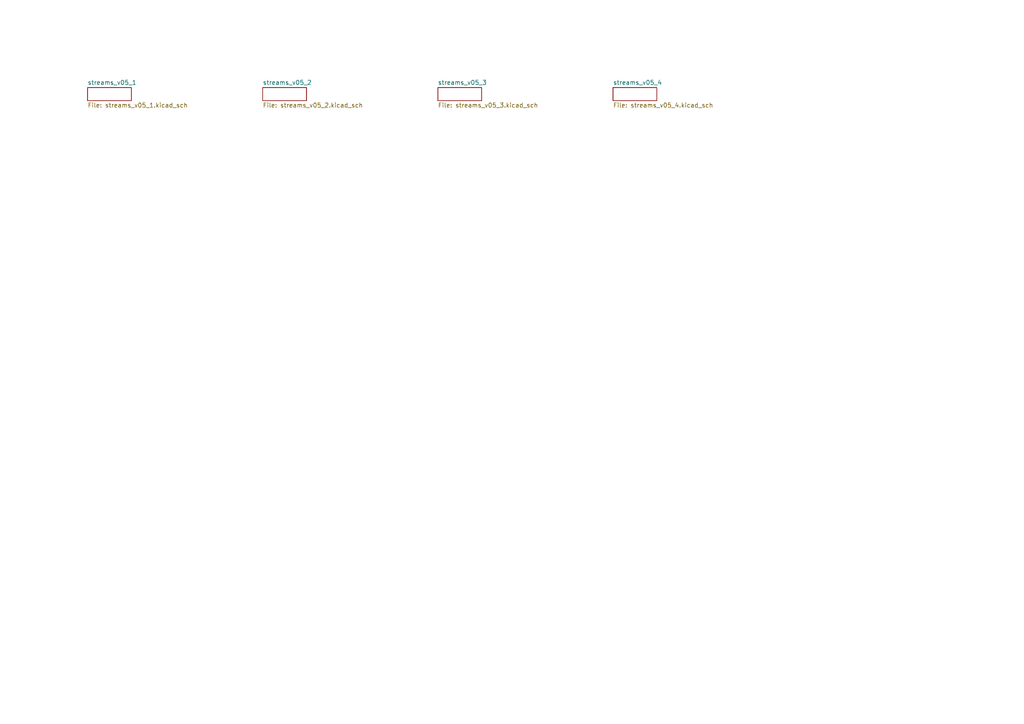
<source format=kicad_sch>
(kicad_sch (version 20211123) (generator eeschema)
  (paper "A4")
  (lib_symbols)
  (sheet (at 25.4 25.4) (size 12.7 3.81)
    (property "Sheet name" "streams_v05_1" (at 25.4 24.6884 0) (effects (justify left bottom)))
    (property "Sheet file" "streams_v05_1.kicad_sch" (at 25.4 29.7946 0) (effects (justify left top)))
  )
  (sheet (at 177.8 25.4) (size 12.7 3.81)
    (property "Sheet name" "streams_v05_4" (at 177.8 24.6884 0) (effects (justify left bottom)))
    (property "Sheet file" "streams_v05_4.kicad_sch" (at 177.8 29.7946 0) (effects (justify left top)))
  )
  (sheet (at 127 25.4) (size 12.7 3.81)
    (property "Sheet name" "streams_v05_3" (at 127 24.6884 0) (effects (justify left bottom)))
    (property "Sheet file" "streams_v05_3.kicad_sch" (at 127 29.7946 0) (effects (justify left top)))
  )
  (sheet (at 76.2 25.4) (size 12.7 3.81)
    (property "Sheet name" "streams_v05_2" (at 76.2 24.6884 0) (effects (justify left bottom)))
    (property "Sheet file" "streams_v05_2.kicad_sch" (at 76.2 29.7946 0) (effects (justify left top)))
  )
)
</source>
